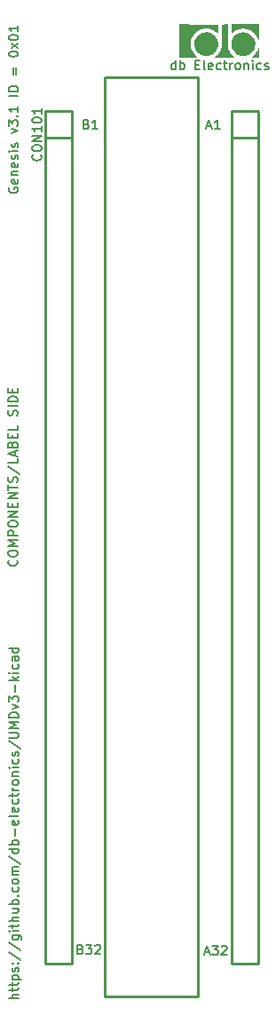
<source format=gto>
G04 #@! TF.GenerationSoftware,KiCad,Pcbnew,7.0.8*
G04 #@! TF.CreationDate,2024-03-15T14:24:27-04:00*
G04 #@! TF.ProjectId,genesis-umd,67656e65-7369-4732-9d75-6d642e6b6963,3.1*
G04 #@! TF.SameCoordinates,Original*
G04 #@! TF.FileFunction,Legend,Top*
G04 #@! TF.FilePolarity,Positive*
%FSLAX46Y46*%
G04 Gerber Fmt 4.6, Leading zero omitted, Abs format (unit mm)*
G04 Created by KiCad (PCBNEW 7.0.8) date 2024-03-15 14:24:27*
%MOMM*%
%LPD*%
G01*
G04 APERTURE LIST*
%ADD10C,0.203200*%
%ADD11C,0.010000*%
%ADD12C,0.254000*%
G04 APERTURE END LIST*
D10*
X149832817Y-144990837D02*
X150256150Y-144990837D01*
X149748150Y-145244837D02*
X150044484Y-144355837D01*
X150044484Y-144355837D02*
X150340817Y-145244837D01*
X150552484Y-144355837D02*
X151102817Y-144355837D01*
X151102817Y-144355837D02*
X150806484Y-144694504D01*
X150806484Y-144694504D02*
X150933484Y-144694504D01*
X150933484Y-144694504D02*
X151018150Y-144736837D01*
X151018150Y-144736837D02*
X151060484Y-144779170D01*
X151060484Y-144779170D02*
X151102817Y-144863837D01*
X151102817Y-144863837D02*
X151102817Y-145075504D01*
X151102817Y-145075504D02*
X151060484Y-145160170D01*
X151060484Y-145160170D02*
X151018150Y-145202504D01*
X151018150Y-145202504D02*
X150933484Y-145244837D01*
X150933484Y-145244837D02*
X150679484Y-145244837D01*
X150679484Y-145244837D02*
X150594817Y-145202504D01*
X150594817Y-145202504D02*
X150552484Y-145160170D01*
X151441484Y-144440504D02*
X151483817Y-144398170D01*
X151483817Y-144398170D02*
X151568484Y-144355837D01*
X151568484Y-144355837D02*
X151780151Y-144355837D01*
X151780151Y-144355837D02*
X151864817Y-144398170D01*
X151864817Y-144398170D02*
X151907151Y-144440504D01*
X151907151Y-144440504D02*
X151949484Y-144525170D01*
X151949484Y-144525170D02*
X151949484Y-144609837D01*
X151949484Y-144609837D02*
X151907151Y-144736837D01*
X151907151Y-144736837D02*
X151399151Y-145244837D01*
X151399151Y-145244837D02*
X151949484Y-145244837D01*
X138004884Y-144728370D02*
X138131884Y-144770704D01*
X138131884Y-144770704D02*
X138174217Y-144813037D01*
X138174217Y-144813037D02*
X138216550Y-144897704D01*
X138216550Y-144897704D02*
X138216550Y-145024704D01*
X138216550Y-145024704D02*
X138174217Y-145109370D01*
X138174217Y-145109370D02*
X138131884Y-145151704D01*
X138131884Y-145151704D02*
X138047217Y-145194037D01*
X138047217Y-145194037D02*
X137708550Y-145194037D01*
X137708550Y-145194037D02*
X137708550Y-144305037D01*
X137708550Y-144305037D02*
X138004884Y-144305037D01*
X138004884Y-144305037D02*
X138089550Y-144347370D01*
X138089550Y-144347370D02*
X138131884Y-144389704D01*
X138131884Y-144389704D02*
X138174217Y-144474370D01*
X138174217Y-144474370D02*
X138174217Y-144559037D01*
X138174217Y-144559037D02*
X138131884Y-144643704D01*
X138131884Y-144643704D02*
X138089550Y-144686037D01*
X138089550Y-144686037D02*
X138004884Y-144728370D01*
X138004884Y-144728370D02*
X137708550Y-144728370D01*
X138512884Y-144305037D02*
X139063217Y-144305037D01*
X139063217Y-144305037D02*
X138766884Y-144643704D01*
X138766884Y-144643704D02*
X138893884Y-144643704D01*
X138893884Y-144643704D02*
X138978550Y-144686037D01*
X138978550Y-144686037D02*
X139020884Y-144728370D01*
X139020884Y-144728370D02*
X139063217Y-144813037D01*
X139063217Y-144813037D02*
X139063217Y-145024704D01*
X139063217Y-145024704D02*
X139020884Y-145109370D01*
X139020884Y-145109370D02*
X138978550Y-145151704D01*
X138978550Y-145151704D02*
X138893884Y-145194037D01*
X138893884Y-145194037D02*
X138639884Y-145194037D01*
X138639884Y-145194037D02*
X138555217Y-145151704D01*
X138555217Y-145151704D02*
X138512884Y-145109370D01*
X139401884Y-144389704D02*
X139444217Y-144347370D01*
X139444217Y-144347370D02*
X139528884Y-144305037D01*
X139528884Y-144305037D02*
X139740551Y-144305037D01*
X139740551Y-144305037D02*
X139825217Y-144347370D01*
X139825217Y-144347370D02*
X139867551Y-144389704D01*
X139867551Y-144389704D02*
X139909884Y-144474370D01*
X139909884Y-144474370D02*
X139909884Y-144559037D01*
X139909884Y-144559037D02*
X139867551Y-144686037D01*
X139867551Y-144686037D02*
X139359551Y-145194037D01*
X139359551Y-145194037D02*
X139909884Y-145194037D01*
X150010617Y-66250837D02*
X150433950Y-66250837D01*
X149925950Y-66504837D02*
X150222284Y-65615837D01*
X150222284Y-65615837D02*
X150518617Y-66504837D01*
X151280617Y-66504837D02*
X150772617Y-66504837D01*
X151026617Y-66504837D02*
X151026617Y-65615837D01*
X151026617Y-65615837D02*
X150941950Y-65742837D01*
X150941950Y-65742837D02*
X150857284Y-65827504D01*
X150857284Y-65827504D02*
X150772617Y-65869837D01*
X138563684Y-66039170D02*
X138690684Y-66081504D01*
X138690684Y-66081504D02*
X138733017Y-66123837D01*
X138733017Y-66123837D02*
X138775350Y-66208504D01*
X138775350Y-66208504D02*
X138775350Y-66335504D01*
X138775350Y-66335504D02*
X138733017Y-66420170D01*
X138733017Y-66420170D02*
X138690684Y-66462504D01*
X138690684Y-66462504D02*
X138606017Y-66504837D01*
X138606017Y-66504837D02*
X138267350Y-66504837D01*
X138267350Y-66504837D02*
X138267350Y-65615837D01*
X138267350Y-65615837D02*
X138563684Y-65615837D01*
X138563684Y-65615837D02*
X138648350Y-65658170D01*
X138648350Y-65658170D02*
X138690684Y-65700504D01*
X138690684Y-65700504D02*
X138733017Y-65785170D01*
X138733017Y-65785170D02*
X138733017Y-65869837D01*
X138733017Y-65869837D02*
X138690684Y-65954504D01*
X138690684Y-65954504D02*
X138648350Y-65996837D01*
X138648350Y-65996837D02*
X138563684Y-66039170D01*
X138563684Y-66039170D02*
X138267350Y-66039170D01*
X139622017Y-66504837D02*
X139114017Y-66504837D01*
X139368017Y-66504837D02*
X139368017Y-65615837D01*
X139368017Y-65615837D02*
X139283350Y-65742837D01*
X139283350Y-65742837D02*
X139198684Y-65827504D01*
X139198684Y-65827504D02*
X139114017Y-65869837D01*
X131888035Y-107632498D02*
X131930369Y-107674831D01*
X131930369Y-107674831D02*
X131972702Y-107801831D01*
X131972702Y-107801831D02*
X131972702Y-107886498D01*
X131972702Y-107886498D02*
X131930369Y-108013498D01*
X131930369Y-108013498D02*
X131845702Y-108098165D01*
X131845702Y-108098165D02*
X131761035Y-108140498D01*
X131761035Y-108140498D02*
X131591702Y-108182831D01*
X131591702Y-108182831D02*
X131464702Y-108182831D01*
X131464702Y-108182831D02*
X131295369Y-108140498D01*
X131295369Y-108140498D02*
X131210702Y-108098165D01*
X131210702Y-108098165D02*
X131126035Y-108013498D01*
X131126035Y-108013498D02*
X131083702Y-107886498D01*
X131083702Y-107886498D02*
X131083702Y-107801831D01*
X131083702Y-107801831D02*
X131126035Y-107674831D01*
X131126035Y-107674831D02*
X131168369Y-107632498D01*
X131083702Y-107082165D02*
X131083702Y-106912831D01*
X131083702Y-106912831D02*
X131126035Y-106828165D01*
X131126035Y-106828165D02*
X131210702Y-106743498D01*
X131210702Y-106743498D02*
X131380035Y-106701165D01*
X131380035Y-106701165D02*
X131676369Y-106701165D01*
X131676369Y-106701165D02*
X131845702Y-106743498D01*
X131845702Y-106743498D02*
X131930369Y-106828165D01*
X131930369Y-106828165D02*
X131972702Y-106912831D01*
X131972702Y-106912831D02*
X131972702Y-107082165D01*
X131972702Y-107082165D02*
X131930369Y-107166831D01*
X131930369Y-107166831D02*
X131845702Y-107251498D01*
X131845702Y-107251498D02*
X131676369Y-107293831D01*
X131676369Y-107293831D02*
X131380035Y-107293831D01*
X131380035Y-107293831D02*
X131210702Y-107251498D01*
X131210702Y-107251498D02*
X131126035Y-107166831D01*
X131126035Y-107166831D02*
X131083702Y-107082165D01*
X131972702Y-106320165D02*
X131083702Y-106320165D01*
X131083702Y-106320165D02*
X131718702Y-106023832D01*
X131718702Y-106023832D02*
X131083702Y-105727498D01*
X131083702Y-105727498D02*
X131972702Y-105727498D01*
X131972702Y-105304165D02*
X131083702Y-105304165D01*
X131083702Y-105304165D02*
X131083702Y-104965498D01*
X131083702Y-104965498D02*
X131126035Y-104880832D01*
X131126035Y-104880832D02*
X131168369Y-104838498D01*
X131168369Y-104838498D02*
X131253035Y-104796165D01*
X131253035Y-104796165D02*
X131380035Y-104796165D01*
X131380035Y-104796165D02*
X131464702Y-104838498D01*
X131464702Y-104838498D02*
X131507035Y-104880832D01*
X131507035Y-104880832D02*
X131549369Y-104965498D01*
X131549369Y-104965498D02*
X131549369Y-105304165D01*
X131083702Y-104245832D02*
X131083702Y-104076498D01*
X131083702Y-104076498D02*
X131126035Y-103991832D01*
X131126035Y-103991832D02*
X131210702Y-103907165D01*
X131210702Y-103907165D02*
X131380035Y-103864832D01*
X131380035Y-103864832D02*
X131676369Y-103864832D01*
X131676369Y-103864832D02*
X131845702Y-103907165D01*
X131845702Y-103907165D02*
X131930369Y-103991832D01*
X131930369Y-103991832D02*
X131972702Y-104076498D01*
X131972702Y-104076498D02*
X131972702Y-104245832D01*
X131972702Y-104245832D02*
X131930369Y-104330498D01*
X131930369Y-104330498D02*
X131845702Y-104415165D01*
X131845702Y-104415165D02*
X131676369Y-104457498D01*
X131676369Y-104457498D02*
X131380035Y-104457498D01*
X131380035Y-104457498D02*
X131210702Y-104415165D01*
X131210702Y-104415165D02*
X131126035Y-104330498D01*
X131126035Y-104330498D02*
X131083702Y-104245832D01*
X131972702Y-103483832D02*
X131083702Y-103483832D01*
X131083702Y-103483832D02*
X131972702Y-102975832D01*
X131972702Y-102975832D02*
X131083702Y-102975832D01*
X131507035Y-102552499D02*
X131507035Y-102256166D01*
X131972702Y-102129166D02*
X131972702Y-102552499D01*
X131972702Y-102552499D02*
X131083702Y-102552499D01*
X131083702Y-102552499D02*
X131083702Y-102129166D01*
X131972702Y-101748166D02*
X131083702Y-101748166D01*
X131083702Y-101748166D02*
X131972702Y-101240166D01*
X131972702Y-101240166D02*
X131083702Y-101240166D01*
X131083702Y-100943833D02*
X131083702Y-100435833D01*
X131972702Y-100689833D02*
X131083702Y-100689833D01*
X131930369Y-100181833D02*
X131972702Y-100054833D01*
X131972702Y-100054833D02*
X131972702Y-99843167D01*
X131972702Y-99843167D02*
X131930369Y-99758500D01*
X131930369Y-99758500D02*
X131888035Y-99716167D01*
X131888035Y-99716167D02*
X131803369Y-99673833D01*
X131803369Y-99673833D02*
X131718702Y-99673833D01*
X131718702Y-99673833D02*
X131634035Y-99716167D01*
X131634035Y-99716167D02*
X131591702Y-99758500D01*
X131591702Y-99758500D02*
X131549369Y-99843167D01*
X131549369Y-99843167D02*
X131507035Y-100012500D01*
X131507035Y-100012500D02*
X131464702Y-100097167D01*
X131464702Y-100097167D02*
X131422369Y-100139500D01*
X131422369Y-100139500D02*
X131337702Y-100181833D01*
X131337702Y-100181833D02*
X131253035Y-100181833D01*
X131253035Y-100181833D02*
X131168369Y-100139500D01*
X131168369Y-100139500D02*
X131126035Y-100097167D01*
X131126035Y-100097167D02*
X131083702Y-100012500D01*
X131083702Y-100012500D02*
X131083702Y-99800833D01*
X131083702Y-99800833D02*
X131126035Y-99673833D01*
X131041369Y-98657833D02*
X132184369Y-99419833D01*
X131972702Y-97938167D02*
X131972702Y-98361500D01*
X131972702Y-98361500D02*
X131083702Y-98361500D01*
X131718702Y-97684166D02*
X131718702Y-97260833D01*
X131972702Y-97768833D02*
X131083702Y-97472500D01*
X131083702Y-97472500D02*
X131972702Y-97176166D01*
X131507035Y-96583500D02*
X131549369Y-96456500D01*
X131549369Y-96456500D02*
X131591702Y-96414166D01*
X131591702Y-96414166D02*
X131676369Y-96371833D01*
X131676369Y-96371833D02*
X131803369Y-96371833D01*
X131803369Y-96371833D02*
X131888035Y-96414166D01*
X131888035Y-96414166D02*
X131930369Y-96456500D01*
X131930369Y-96456500D02*
X131972702Y-96541166D01*
X131972702Y-96541166D02*
X131972702Y-96879833D01*
X131972702Y-96879833D02*
X131083702Y-96879833D01*
X131083702Y-96879833D02*
X131083702Y-96583500D01*
X131083702Y-96583500D02*
X131126035Y-96498833D01*
X131126035Y-96498833D02*
X131168369Y-96456500D01*
X131168369Y-96456500D02*
X131253035Y-96414166D01*
X131253035Y-96414166D02*
X131337702Y-96414166D01*
X131337702Y-96414166D02*
X131422369Y-96456500D01*
X131422369Y-96456500D02*
X131464702Y-96498833D01*
X131464702Y-96498833D02*
X131507035Y-96583500D01*
X131507035Y-96583500D02*
X131507035Y-96879833D01*
X131507035Y-95990833D02*
X131507035Y-95694500D01*
X131972702Y-95567500D02*
X131972702Y-95990833D01*
X131972702Y-95990833D02*
X131083702Y-95990833D01*
X131083702Y-95990833D02*
X131083702Y-95567500D01*
X131972702Y-94763167D02*
X131972702Y-95186500D01*
X131972702Y-95186500D02*
X131083702Y-95186500D01*
X131930369Y-93831833D02*
X131972702Y-93704833D01*
X131972702Y-93704833D02*
X131972702Y-93493167D01*
X131972702Y-93493167D02*
X131930369Y-93408500D01*
X131930369Y-93408500D02*
X131888035Y-93366167D01*
X131888035Y-93366167D02*
X131803369Y-93323833D01*
X131803369Y-93323833D02*
X131718702Y-93323833D01*
X131718702Y-93323833D02*
X131634035Y-93366167D01*
X131634035Y-93366167D02*
X131591702Y-93408500D01*
X131591702Y-93408500D02*
X131549369Y-93493167D01*
X131549369Y-93493167D02*
X131507035Y-93662500D01*
X131507035Y-93662500D02*
X131464702Y-93747167D01*
X131464702Y-93747167D02*
X131422369Y-93789500D01*
X131422369Y-93789500D02*
X131337702Y-93831833D01*
X131337702Y-93831833D02*
X131253035Y-93831833D01*
X131253035Y-93831833D02*
X131168369Y-93789500D01*
X131168369Y-93789500D02*
X131126035Y-93747167D01*
X131126035Y-93747167D02*
X131083702Y-93662500D01*
X131083702Y-93662500D02*
X131083702Y-93450833D01*
X131083702Y-93450833D02*
X131126035Y-93323833D01*
X131972702Y-92942833D02*
X131083702Y-92942833D01*
X131972702Y-92519500D02*
X131083702Y-92519500D01*
X131083702Y-92519500D02*
X131083702Y-92307833D01*
X131083702Y-92307833D02*
X131126035Y-92180833D01*
X131126035Y-92180833D02*
X131210702Y-92096167D01*
X131210702Y-92096167D02*
X131295369Y-92053833D01*
X131295369Y-92053833D02*
X131464702Y-92011500D01*
X131464702Y-92011500D02*
X131591702Y-92011500D01*
X131591702Y-92011500D02*
X131761035Y-92053833D01*
X131761035Y-92053833D02*
X131845702Y-92096167D01*
X131845702Y-92096167D02*
X131930369Y-92180833D01*
X131930369Y-92180833D02*
X131972702Y-92307833D01*
X131972702Y-92307833D02*
X131972702Y-92519500D01*
X131507035Y-91630500D02*
X131507035Y-91334167D01*
X131972702Y-91207167D02*
X131972702Y-91630500D01*
X131972702Y-91630500D02*
X131083702Y-91630500D01*
X131083702Y-91630500D02*
X131083702Y-91207167D01*
X147074467Y-60852702D02*
X147074467Y-59963702D01*
X147074467Y-60810369D02*
X146989801Y-60852702D01*
X146989801Y-60852702D02*
X146820467Y-60852702D01*
X146820467Y-60852702D02*
X146735801Y-60810369D01*
X146735801Y-60810369D02*
X146693467Y-60768035D01*
X146693467Y-60768035D02*
X146651134Y-60683369D01*
X146651134Y-60683369D02*
X146651134Y-60429369D01*
X146651134Y-60429369D02*
X146693467Y-60344702D01*
X146693467Y-60344702D02*
X146735801Y-60302369D01*
X146735801Y-60302369D02*
X146820467Y-60260035D01*
X146820467Y-60260035D02*
X146989801Y-60260035D01*
X146989801Y-60260035D02*
X147074467Y-60302369D01*
X147497800Y-60852702D02*
X147497800Y-59963702D01*
X147497800Y-60302369D02*
X147582467Y-60260035D01*
X147582467Y-60260035D02*
X147751800Y-60260035D01*
X147751800Y-60260035D02*
X147836467Y-60302369D01*
X147836467Y-60302369D02*
X147878800Y-60344702D01*
X147878800Y-60344702D02*
X147921134Y-60429369D01*
X147921134Y-60429369D02*
X147921134Y-60683369D01*
X147921134Y-60683369D02*
X147878800Y-60768035D01*
X147878800Y-60768035D02*
X147836467Y-60810369D01*
X147836467Y-60810369D02*
X147751800Y-60852702D01*
X147751800Y-60852702D02*
X147582467Y-60852702D01*
X147582467Y-60852702D02*
X147497800Y-60810369D01*
X148979466Y-60387035D02*
X149275800Y-60387035D01*
X149402800Y-60852702D02*
X148979466Y-60852702D01*
X148979466Y-60852702D02*
X148979466Y-59963702D01*
X148979466Y-59963702D02*
X149402800Y-59963702D01*
X149910799Y-60852702D02*
X149826133Y-60810369D01*
X149826133Y-60810369D02*
X149783799Y-60725702D01*
X149783799Y-60725702D02*
X149783799Y-59963702D01*
X150588133Y-60810369D02*
X150503466Y-60852702D01*
X150503466Y-60852702D02*
X150334133Y-60852702D01*
X150334133Y-60852702D02*
X150249466Y-60810369D01*
X150249466Y-60810369D02*
X150207133Y-60725702D01*
X150207133Y-60725702D02*
X150207133Y-60387035D01*
X150207133Y-60387035D02*
X150249466Y-60302369D01*
X150249466Y-60302369D02*
X150334133Y-60260035D01*
X150334133Y-60260035D02*
X150503466Y-60260035D01*
X150503466Y-60260035D02*
X150588133Y-60302369D01*
X150588133Y-60302369D02*
X150630466Y-60387035D01*
X150630466Y-60387035D02*
X150630466Y-60471702D01*
X150630466Y-60471702D02*
X150207133Y-60556369D01*
X151392466Y-60810369D02*
X151307800Y-60852702D01*
X151307800Y-60852702D02*
X151138466Y-60852702D01*
X151138466Y-60852702D02*
X151053800Y-60810369D01*
X151053800Y-60810369D02*
X151011466Y-60768035D01*
X151011466Y-60768035D02*
X150969133Y-60683369D01*
X150969133Y-60683369D02*
X150969133Y-60429369D01*
X150969133Y-60429369D02*
X151011466Y-60344702D01*
X151011466Y-60344702D02*
X151053800Y-60302369D01*
X151053800Y-60302369D02*
X151138466Y-60260035D01*
X151138466Y-60260035D02*
X151307800Y-60260035D01*
X151307800Y-60260035D02*
X151392466Y-60302369D01*
X151646466Y-60260035D02*
X151985133Y-60260035D01*
X151773466Y-59963702D02*
X151773466Y-60725702D01*
X151773466Y-60725702D02*
X151815800Y-60810369D01*
X151815800Y-60810369D02*
X151900466Y-60852702D01*
X151900466Y-60852702D02*
X151985133Y-60852702D01*
X152281466Y-60852702D02*
X152281466Y-60260035D01*
X152281466Y-60429369D02*
X152323800Y-60344702D01*
X152323800Y-60344702D02*
X152366133Y-60302369D01*
X152366133Y-60302369D02*
X152450800Y-60260035D01*
X152450800Y-60260035D02*
X152535466Y-60260035D01*
X152958799Y-60852702D02*
X152874133Y-60810369D01*
X152874133Y-60810369D02*
X152831799Y-60768035D01*
X152831799Y-60768035D02*
X152789466Y-60683369D01*
X152789466Y-60683369D02*
X152789466Y-60429369D01*
X152789466Y-60429369D02*
X152831799Y-60344702D01*
X152831799Y-60344702D02*
X152874133Y-60302369D01*
X152874133Y-60302369D02*
X152958799Y-60260035D01*
X152958799Y-60260035D02*
X153085799Y-60260035D01*
X153085799Y-60260035D02*
X153170466Y-60302369D01*
X153170466Y-60302369D02*
X153212799Y-60344702D01*
X153212799Y-60344702D02*
X153255133Y-60429369D01*
X153255133Y-60429369D02*
X153255133Y-60683369D01*
X153255133Y-60683369D02*
X153212799Y-60768035D01*
X153212799Y-60768035D02*
X153170466Y-60810369D01*
X153170466Y-60810369D02*
X153085799Y-60852702D01*
X153085799Y-60852702D02*
X152958799Y-60852702D01*
X153636132Y-60260035D02*
X153636132Y-60852702D01*
X153636132Y-60344702D02*
X153678466Y-60302369D01*
X153678466Y-60302369D02*
X153763132Y-60260035D01*
X153763132Y-60260035D02*
X153890132Y-60260035D01*
X153890132Y-60260035D02*
X153974799Y-60302369D01*
X153974799Y-60302369D02*
X154017132Y-60387035D01*
X154017132Y-60387035D02*
X154017132Y-60852702D01*
X154440465Y-60852702D02*
X154440465Y-60260035D01*
X154440465Y-59963702D02*
X154398132Y-60006035D01*
X154398132Y-60006035D02*
X154440465Y-60048369D01*
X154440465Y-60048369D02*
X154482799Y-60006035D01*
X154482799Y-60006035D02*
X154440465Y-59963702D01*
X154440465Y-59963702D02*
X154440465Y-60048369D01*
X155244798Y-60810369D02*
X155160132Y-60852702D01*
X155160132Y-60852702D02*
X154990798Y-60852702D01*
X154990798Y-60852702D02*
X154906132Y-60810369D01*
X154906132Y-60810369D02*
X154863798Y-60768035D01*
X154863798Y-60768035D02*
X154821465Y-60683369D01*
X154821465Y-60683369D02*
X154821465Y-60429369D01*
X154821465Y-60429369D02*
X154863798Y-60344702D01*
X154863798Y-60344702D02*
X154906132Y-60302369D01*
X154906132Y-60302369D02*
X154990798Y-60260035D01*
X154990798Y-60260035D02*
X155160132Y-60260035D01*
X155160132Y-60260035D02*
X155244798Y-60302369D01*
X155583465Y-60810369D02*
X155668132Y-60852702D01*
X155668132Y-60852702D02*
X155837465Y-60852702D01*
X155837465Y-60852702D02*
X155922132Y-60810369D01*
X155922132Y-60810369D02*
X155964465Y-60725702D01*
X155964465Y-60725702D02*
X155964465Y-60683369D01*
X155964465Y-60683369D02*
X155922132Y-60598702D01*
X155922132Y-60598702D02*
X155837465Y-60556369D01*
X155837465Y-60556369D02*
X155710465Y-60556369D01*
X155710465Y-60556369D02*
X155625798Y-60514035D01*
X155625798Y-60514035D02*
X155583465Y-60429369D01*
X155583465Y-60429369D02*
X155583465Y-60387035D01*
X155583465Y-60387035D02*
X155625798Y-60302369D01*
X155625798Y-60302369D02*
X155710465Y-60260035D01*
X155710465Y-60260035D02*
X155837465Y-60260035D01*
X155837465Y-60260035D02*
X155922132Y-60302369D01*
X131176835Y-72119066D02*
X131134502Y-72203733D01*
X131134502Y-72203733D02*
X131134502Y-72330733D01*
X131134502Y-72330733D02*
X131176835Y-72457733D01*
X131176835Y-72457733D02*
X131261502Y-72542400D01*
X131261502Y-72542400D02*
X131346169Y-72584733D01*
X131346169Y-72584733D02*
X131515502Y-72627066D01*
X131515502Y-72627066D02*
X131642502Y-72627066D01*
X131642502Y-72627066D02*
X131811835Y-72584733D01*
X131811835Y-72584733D02*
X131896502Y-72542400D01*
X131896502Y-72542400D02*
X131981169Y-72457733D01*
X131981169Y-72457733D02*
X132023502Y-72330733D01*
X132023502Y-72330733D02*
X132023502Y-72246066D01*
X132023502Y-72246066D02*
X131981169Y-72119066D01*
X131981169Y-72119066D02*
X131938835Y-72076733D01*
X131938835Y-72076733D02*
X131642502Y-72076733D01*
X131642502Y-72076733D02*
X131642502Y-72246066D01*
X131981169Y-71357066D02*
X132023502Y-71441733D01*
X132023502Y-71441733D02*
X132023502Y-71611066D01*
X132023502Y-71611066D02*
X131981169Y-71695733D01*
X131981169Y-71695733D02*
X131896502Y-71738066D01*
X131896502Y-71738066D02*
X131557835Y-71738066D01*
X131557835Y-71738066D02*
X131473169Y-71695733D01*
X131473169Y-71695733D02*
X131430835Y-71611066D01*
X131430835Y-71611066D02*
X131430835Y-71441733D01*
X131430835Y-71441733D02*
X131473169Y-71357066D01*
X131473169Y-71357066D02*
X131557835Y-71314733D01*
X131557835Y-71314733D02*
X131642502Y-71314733D01*
X131642502Y-71314733D02*
X131727169Y-71738066D01*
X131430835Y-70933733D02*
X132023502Y-70933733D01*
X131515502Y-70933733D02*
X131473169Y-70891400D01*
X131473169Y-70891400D02*
X131430835Y-70806733D01*
X131430835Y-70806733D02*
X131430835Y-70679733D01*
X131430835Y-70679733D02*
X131473169Y-70595066D01*
X131473169Y-70595066D02*
X131557835Y-70552733D01*
X131557835Y-70552733D02*
X132023502Y-70552733D01*
X131981169Y-69790733D02*
X132023502Y-69875400D01*
X132023502Y-69875400D02*
X132023502Y-70044733D01*
X132023502Y-70044733D02*
X131981169Y-70129400D01*
X131981169Y-70129400D02*
X131896502Y-70171733D01*
X131896502Y-70171733D02*
X131557835Y-70171733D01*
X131557835Y-70171733D02*
X131473169Y-70129400D01*
X131473169Y-70129400D02*
X131430835Y-70044733D01*
X131430835Y-70044733D02*
X131430835Y-69875400D01*
X131430835Y-69875400D02*
X131473169Y-69790733D01*
X131473169Y-69790733D02*
X131557835Y-69748400D01*
X131557835Y-69748400D02*
X131642502Y-69748400D01*
X131642502Y-69748400D02*
X131727169Y-70171733D01*
X131981169Y-69409733D02*
X132023502Y-69325067D01*
X132023502Y-69325067D02*
X132023502Y-69155733D01*
X132023502Y-69155733D02*
X131981169Y-69071067D01*
X131981169Y-69071067D02*
X131896502Y-69028733D01*
X131896502Y-69028733D02*
X131854169Y-69028733D01*
X131854169Y-69028733D02*
X131769502Y-69071067D01*
X131769502Y-69071067D02*
X131727169Y-69155733D01*
X131727169Y-69155733D02*
X131727169Y-69282733D01*
X131727169Y-69282733D02*
X131684835Y-69367400D01*
X131684835Y-69367400D02*
X131600169Y-69409733D01*
X131600169Y-69409733D02*
X131557835Y-69409733D01*
X131557835Y-69409733D02*
X131473169Y-69367400D01*
X131473169Y-69367400D02*
X131430835Y-69282733D01*
X131430835Y-69282733D02*
X131430835Y-69155733D01*
X131430835Y-69155733D02*
X131473169Y-69071067D01*
X132023502Y-68647733D02*
X131430835Y-68647733D01*
X131134502Y-68647733D02*
X131176835Y-68690066D01*
X131176835Y-68690066D02*
X131219169Y-68647733D01*
X131219169Y-68647733D02*
X131176835Y-68605400D01*
X131176835Y-68605400D02*
X131134502Y-68647733D01*
X131134502Y-68647733D02*
X131219169Y-68647733D01*
X131981169Y-68266733D02*
X132023502Y-68182067D01*
X132023502Y-68182067D02*
X132023502Y-68012733D01*
X132023502Y-68012733D02*
X131981169Y-67928067D01*
X131981169Y-67928067D02*
X131896502Y-67885733D01*
X131896502Y-67885733D02*
X131854169Y-67885733D01*
X131854169Y-67885733D02*
X131769502Y-67928067D01*
X131769502Y-67928067D02*
X131727169Y-68012733D01*
X131727169Y-68012733D02*
X131727169Y-68139733D01*
X131727169Y-68139733D02*
X131684835Y-68224400D01*
X131684835Y-68224400D02*
X131600169Y-68266733D01*
X131600169Y-68266733D02*
X131557835Y-68266733D01*
X131557835Y-68266733D02*
X131473169Y-68224400D01*
X131473169Y-68224400D02*
X131430835Y-68139733D01*
X131430835Y-68139733D02*
X131430835Y-68012733D01*
X131430835Y-68012733D02*
X131473169Y-67928067D01*
X131430835Y-66912067D02*
X132023502Y-66700400D01*
X132023502Y-66700400D02*
X131430835Y-66488733D01*
X131134502Y-66234734D02*
X131134502Y-65684400D01*
X131134502Y-65684400D02*
X131473169Y-65980734D01*
X131473169Y-65980734D02*
X131473169Y-65853734D01*
X131473169Y-65853734D02*
X131515502Y-65769067D01*
X131515502Y-65769067D02*
X131557835Y-65726734D01*
X131557835Y-65726734D02*
X131642502Y-65684400D01*
X131642502Y-65684400D02*
X131854169Y-65684400D01*
X131854169Y-65684400D02*
X131938835Y-65726734D01*
X131938835Y-65726734D02*
X131981169Y-65769067D01*
X131981169Y-65769067D02*
X132023502Y-65853734D01*
X132023502Y-65853734D02*
X132023502Y-66107734D01*
X132023502Y-66107734D02*
X131981169Y-66192400D01*
X131981169Y-66192400D02*
X131938835Y-66234734D01*
X131938835Y-65303400D02*
X131981169Y-65261067D01*
X131981169Y-65261067D02*
X132023502Y-65303400D01*
X132023502Y-65303400D02*
X131981169Y-65345733D01*
X131981169Y-65345733D02*
X131938835Y-65303400D01*
X131938835Y-65303400D02*
X132023502Y-65303400D01*
X132023502Y-64414400D02*
X132023502Y-64922400D01*
X132023502Y-64668400D02*
X131134502Y-64668400D01*
X131134502Y-64668400D02*
X131261502Y-64753067D01*
X131261502Y-64753067D02*
X131346169Y-64837734D01*
X131346169Y-64837734D02*
X131388502Y-64922400D01*
X132023502Y-63356067D02*
X131134502Y-63356067D01*
X132023502Y-62932734D02*
X131134502Y-62932734D01*
X131134502Y-62932734D02*
X131134502Y-62721067D01*
X131134502Y-62721067D02*
X131176835Y-62594067D01*
X131176835Y-62594067D02*
X131261502Y-62509401D01*
X131261502Y-62509401D02*
X131346169Y-62467067D01*
X131346169Y-62467067D02*
X131515502Y-62424734D01*
X131515502Y-62424734D02*
X131642502Y-62424734D01*
X131642502Y-62424734D02*
X131811835Y-62467067D01*
X131811835Y-62467067D02*
X131896502Y-62509401D01*
X131896502Y-62509401D02*
X131981169Y-62594067D01*
X131981169Y-62594067D02*
X132023502Y-62721067D01*
X132023502Y-62721067D02*
X132023502Y-62932734D01*
X131557835Y-61366401D02*
X131557835Y-60689068D01*
X131811835Y-60689068D02*
X131811835Y-61366401D01*
X131134502Y-59419068D02*
X131134502Y-59334401D01*
X131134502Y-59334401D02*
X131176835Y-59249734D01*
X131176835Y-59249734D02*
X131219169Y-59207401D01*
X131219169Y-59207401D02*
X131303835Y-59165068D01*
X131303835Y-59165068D02*
X131473169Y-59122734D01*
X131473169Y-59122734D02*
X131684835Y-59122734D01*
X131684835Y-59122734D02*
X131854169Y-59165068D01*
X131854169Y-59165068D02*
X131938835Y-59207401D01*
X131938835Y-59207401D02*
X131981169Y-59249734D01*
X131981169Y-59249734D02*
X132023502Y-59334401D01*
X132023502Y-59334401D02*
X132023502Y-59419068D01*
X132023502Y-59419068D02*
X131981169Y-59503734D01*
X131981169Y-59503734D02*
X131938835Y-59546068D01*
X131938835Y-59546068D02*
X131854169Y-59588401D01*
X131854169Y-59588401D02*
X131684835Y-59630734D01*
X131684835Y-59630734D02*
X131473169Y-59630734D01*
X131473169Y-59630734D02*
X131303835Y-59588401D01*
X131303835Y-59588401D02*
X131219169Y-59546068D01*
X131219169Y-59546068D02*
X131176835Y-59503734D01*
X131176835Y-59503734D02*
X131134502Y-59419068D01*
X132023502Y-58826401D02*
X131430835Y-58360734D01*
X131430835Y-58826401D02*
X132023502Y-58360734D01*
X131134502Y-57852734D02*
X131134502Y-57768067D01*
X131134502Y-57768067D02*
X131176835Y-57683400D01*
X131176835Y-57683400D02*
X131219169Y-57641067D01*
X131219169Y-57641067D02*
X131303835Y-57598734D01*
X131303835Y-57598734D02*
X131473169Y-57556400D01*
X131473169Y-57556400D02*
X131684835Y-57556400D01*
X131684835Y-57556400D02*
X131854169Y-57598734D01*
X131854169Y-57598734D02*
X131938835Y-57641067D01*
X131938835Y-57641067D02*
X131981169Y-57683400D01*
X131981169Y-57683400D02*
X132023502Y-57768067D01*
X132023502Y-57768067D02*
X132023502Y-57852734D01*
X132023502Y-57852734D02*
X131981169Y-57937400D01*
X131981169Y-57937400D02*
X131938835Y-57979734D01*
X131938835Y-57979734D02*
X131854169Y-58022067D01*
X131854169Y-58022067D02*
X131684835Y-58064400D01*
X131684835Y-58064400D02*
X131473169Y-58064400D01*
X131473169Y-58064400D02*
X131303835Y-58022067D01*
X131303835Y-58022067D02*
X131219169Y-57979734D01*
X131219169Y-57979734D02*
X131176835Y-57937400D01*
X131176835Y-57937400D02*
X131134502Y-57852734D01*
X132023502Y-56709733D02*
X132023502Y-57217733D01*
X132023502Y-56963733D02*
X131134502Y-56963733D01*
X131134502Y-56963733D02*
X131261502Y-57048400D01*
X131261502Y-57048400D02*
X131346169Y-57133067D01*
X131346169Y-57133067D02*
X131388502Y-57217733D01*
X132048902Y-149415496D02*
X131159902Y-149415496D01*
X132048902Y-149034496D02*
X131583235Y-149034496D01*
X131583235Y-149034496D02*
X131498569Y-149076829D01*
X131498569Y-149076829D02*
X131456235Y-149161496D01*
X131456235Y-149161496D02*
X131456235Y-149288496D01*
X131456235Y-149288496D02*
X131498569Y-149373163D01*
X131498569Y-149373163D02*
X131540902Y-149415496D01*
X131456235Y-148738163D02*
X131456235Y-148399496D01*
X131159902Y-148611163D02*
X131921902Y-148611163D01*
X131921902Y-148611163D02*
X132006569Y-148568830D01*
X132006569Y-148568830D02*
X132048902Y-148484163D01*
X132048902Y-148484163D02*
X132048902Y-148399496D01*
X131456235Y-148230163D02*
X131456235Y-147891496D01*
X131159902Y-148103163D02*
X131921902Y-148103163D01*
X131921902Y-148103163D02*
X132006569Y-148060830D01*
X132006569Y-148060830D02*
X132048902Y-147976163D01*
X132048902Y-147976163D02*
X132048902Y-147891496D01*
X131456235Y-147595163D02*
X132345235Y-147595163D01*
X131498569Y-147595163D02*
X131456235Y-147510496D01*
X131456235Y-147510496D02*
X131456235Y-147341163D01*
X131456235Y-147341163D02*
X131498569Y-147256496D01*
X131498569Y-147256496D02*
X131540902Y-147214163D01*
X131540902Y-147214163D02*
X131625569Y-147171830D01*
X131625569Y-147171830D02*
X131879569Y-147171830D01*
X131879569Y-147171830D02*
X131964235Y-147214163D01*
X131964235Y-147214163D02*
X132006569Y-147256496D01*
X132006569Y-147256496D02*
X132048902Y-147341163D01*
X132048902Y-147341163D02*
X132048902Y-147510496D01*
X132048902Y-147510496D02*
X132006569Y-147595163D01*
X132006569Y-146833163D02*
X132048902Y-146748497D01*
X132048902Y-146748497D02*
X132048902Y-146579163D01*
X132048902Y-146579163D02*
X132006569Y-146494497D01*
X132006569Y-146494497D02*
X131921902Y-146452163D01*
X131921902Y-146452163D02*
X131879569Y-146452163D01*
X131879569Y-146452163D02*
X131794902Y-146494497D01*
X131794902Y-146494497D02*
X131752569Y-146579163D01*
X131752569Y-146579163D02*
X131752569Y-146706163D01*
X131752569Y-146706163D02*
X131710235Y-146790830D01*
X131710235Y-146790830D02*
X131625569Y-146833163D01*
X131625569Y-146833163D02*
X131583235Y-146833163D01*
X131583235Y-146833163D02*
X131498569Y-146790830D01*
X131498569Y-146790830D02*
X131456235Y-146706163D01*
X131456235Y-146706163D02*
X131456235Y-146579163D01*
X131456235Y-146579163D02*
X131498569Y-146494497D01*
X131964235Y-146071163D02*
X132006569Y-146028830D01*
X132006569Y-146028830D02*
X132048902Y-146071163D01*
X132048902Y-146071163D02*
X132006569Y-146113496D01*
X132006569Y-146113496D02*
X131964235Y-146071163D01*
X131964235Y-146071163D02*
X132048902Y-146071163D01*
X131498569Y-146071163D02*
X131540902Y-146028830D01*
X131540902Y-146028830D02*
X131583235Y-146071163D01*
X131583235Y-146071163D02*
X131540902Y-146113496D01*
X131540902Y-146113496D02*
X131498569Y-146071163D01*
X131498569Y-146071163D02*
X131583235Y-146071163D01*
X131117569Y-145012830D02*
X132260569Y-145774830D01*
X131117569Y-144081497D02*
X132260569Y-144843497D01*
X131456235Y-143404164D02*
X132175902Y-143404164D01*
X132175902Y-143404164D02*
X132260569Y-143446497D01*
X132260569Y-143446497D02*
X132302902Y-143488831D01*
X132302902Y-143488831D02*
X132345235Y-143573497D01*
X132345235Y-143573497D02*
X132345235Y-143700497D01*
X132345235Y-143700497D02*
X132302902Y-143785164D01*
X132006569Y-143404164D02*
X132048902Y-143488831D01*
X132048902Y-143488831D02*
X132048902Y-143658164D01*
X132048902Y-143658164D02*
X132006569Y-143742831D01*
X132006569Y-143742831D02*
X131964235Y-143785164D01*
X131964235Y-143785164D02*
X131879569Y-143827497D01*
X131879569Y-143827497D02*
X131625569Y-143827497D01*
X131625569Y-143827497D02*
X131540902Y-143785164D01*
X131540902Y-143785164D02*
X131498569Y-143742831D01*
X131498569Y-143742831D02*
X131456235Y-143658164D01*
X131456235Y-143658164D02*
X131456235Y-143488831D01*
X131456235Y-143488831D02*
X131498569Y-143404164D01*
X132048902Y-142980831D02*
X131456235Y-142980831D01*
X131159902Y-142980831D02*
X131202235Y-143023164D01*
X131202235Y-143023164D02*
X131244569Y-142980831D01*
X131244569Y-142980831D02*
X131202235Y-142938498D01*
X131202235Y-142938498D02*
X131159902Y-142980831D01*
X131159902Y-142980831D02*
X131244569Y-142980831D01*
X131456235Y-142684498D02*
X131456235Y-142345831D01*
X131159902Y-142557498D02*
X131921902Y-142557498D01*
X131921902Y-142557498D02*
X132006569Y-142515165D01*
X132006569Y-142515165D02*
X132048902Y-142430498D01*
X132048902Y-142430498D02*
X132048902Y-142345831D01*
X132048902Y-142049498D02*
X131159902Y-142049498D01*
X132048902Y-141668498D02*
X131583235Y-141668498D01*
X131583235Y-141668498D02*
X131498569Y-141710831D01*
X131498569Y-141710831D02*
X131456235Y-141795498D01*
X131456235Y-141795498D02*
X131456235Y-141922498D01*
X131456235Y-141922498D02*
X131498569Y-142007165D01*
X131498569Y-142007165D02*
X131540902Y-142049498D01*
X131456235Y-140864165D02*
X132048902Y-140864165D01*
X131456235Y-141245165D02*
X131921902Y-141245165D01*
X131921902Y-141245165D02*
X132006569Y-141202832D01*
X132006569Y-141202832D02*
X132048902Y-141118165D01*
X132048902Y-141118165D02*
X132048902Y-140991165D01*
X132048902Y-140991165D02*
X132006569Y-140906498D01*
X132006569Y-140906498D02*
X131964235Y-140864165D01*
X132048902Y-140440832D02*
X131159902Y-140440832D01*
X131498569Y-140440832D02*
X131456235Y-140356165D01*
X131456235Y-140356165D02*
X131456235Y-140186832D01*
X131456235Y-140186832D02*
X131498569Y-140102165D01*
X131498569Y-140102165D02*
X131540902Y-140059832D01*
X131540902Y-140059832D02*
X131625569Y-140017499D01*
X131625569Y-140017499D02*
X131879569Y-140017499D01*
X131879569Y-140017499D02*
X131964235Y-140059832D01*
X131964235Y-140059832D02*
X132006569Y-140102165D01*
X132006569Y-140102165D02*
X132048902Y-140186832D01*
X132048902Y-140186832D02*
X132048902Y-140356165D01*
X132048902Y-140356165D02*
X132006569Y-140440832D01*
X131964235Y-139636499D02*
X132006569Y-139594166D01*
X132006569Y-139594166D02*
X132048902Y-139636499D01*
X132048902Y-139636499D02*
X132006569Y-139678832D01*
X132006569Y-139678832D02*
X131964235Y-139636499D01*
X131964235Y-139636499D02*
X132048902Y-139636499D01*
X132006569Y-138832166D02*
X132048902Y-138916833D01*
X132048902Y-138916833D02*
X132048902Y-139086166D01*
X132048902Y-139086166D02*
X132006569Y-139170833D01*
X132006569Y-139170833D02*
X131964235Y-139213166D01*
X131964235Y-139213166D02*
X131879569Y-139255499D01*
X131879569Y-139255499D02*
X131625569Y-139255499D01*
X131625569Y-139255499D02*
X131540902Y-139213166D01*
X131540902Y-139213166D02*
X131498569Y-139170833D01*
X131498569Y-139170833D02*
X131456235Y-139086166D01*
X131456235Y-139086166D02*
X131456235Y-138916833D01*
X131456235Y-138916833D02*
X131498569Y-138832166D01*
X132048902Y-138324166D02*
X132006569Y-138408833D01*
X132006569Y-138408833D02*
X131964235Y-138451166D01*
X131964235Y-138451166D02*
X131879569Y-138493499D01*
X131879569Y-138493499D02*
X131625569Y-138493499D01*
X131625569Y-138493499D02*
X131540902Y-138451166D01*
X131540902Y-138451166D02*
X131498569Y-138408833D01*
X131498569Y-138408833D02*
X131456235Y-138324166D01*
X131456235Y-138324166D02*
X131456235Y-138197166D01*
X131456235Y-138197166D02*
X131498569Y-138112499D01*
X131498569Y-138112499D02*
X131540902Y-138070166D01*
X131540902Y-138070166D02*
X131625569Y-138027833D01*
X131625569Y-138027833D02*
X131879569Y-138027833D01*
X131879569Y-138027833D02*
X131964235Y-138070166D01*
X131964235Y-138070166D02*
X132006569Y-138112499D01*
X132006569Y-138112499D02*
X132048902Y-138197166D01*
X132048902Y-138197166D02*
X132048902Y-138324166D01*
X132048902Y-137646833D02*
X131456235Y-137646833D01*
X131540902Y-137646833D02*
X131498569Y-137604500D01*
X131498569Y-137604500D02*
X131456235Y-137519833D01*
X131456235Y-137519833D02*
X131456235Y-137392833D01*
X131456235Y-137392833D02*
X131498569Y-137308166D01*
X131498569Y-137308166D02*
X131583235Y-137265833D01*
X131583235Y-137265833D02*
X132048902Y-137265833D01*
X131583235Y-137265833D02*
X131498569Y-137223500D01*
X131498569Y-137223500D02*
X131456235Y-137138833D01*
X131456235Y-137138833D02*
X131456235Y-137011833D01*
X131456235Y-137011833D02*
X131498569Y-136927166D01*
X131498569Y-136927166D02*
X131583235Y-136884833D01*
X131583235Y-136884833D02*
X132048902Y-136884833D01*
X131117569Y-135826500D02*
X132260569Y-136588500D01*
X132048902Y-135149167D02*
X131159902Y-135149167D01*
X132006569Y-135149167D02*
X132048902Y-135233834D01*
X132048902Y-135233834D02*
X132048902Y-135403167D01*
X132048902Y-135403167D02*
X132006569Y-135487834D01*
X132006569Y-135487834D02*
X131964235Y-135530167D01*
X131964235Y-135530167D02*
X131879569Y-135572500D01*
X131879569Y-135572500D02*
X131625569Y-135572500D01*
X131625569Y-135572500D02*
X131540902Y-135530167D01*
X131540902Y-135530167D02*
X131498569Y-135487834D01*
X131498569Y-135487834D02*
X131456235Y-135403167D01*
X131456235Y-135403167D02*
X131456235Y-135233834D01*
X131456235Y-135233834D02*
X131498569Y-135149167D01*
X132048902Y-134725834D02*
X131159902Y-134725834D01*
X131498569Y-134725834D02*
X131456235Y-134641167D01*
X131456235Y-134641167D02*
X131456235Y-134471834D01*
X131456235Y-134471834D02*
X131498569Y-134387167D01*
X131498569Y-134387167D02*
X131540902Y-134344834D01*
X131540902Y-134344834D02*
X131625569Y-134302501D01*
X131625569Y-134302501D02*
X131879569Y-134302501D01*
X131879569Y-134302501D02*
X131964235Y-134344834D01*
X131964235Y-134344834D02*
X132006569Y-134387167D01*
X132006569Y-134387167D02*
X132048902Y-134471834D01*
X132048902Y-134471834D02*
X132048902Y-134641167D01*
X132048902Y-134641167D02*
X132006569Y-134725834D01*
X131710235Y-133921501D02*
X131710235Y-133244168D01*
X132006569Y-132482167D02*
X132048902Y-132566834D01*
X132048902Y-132566834D02*
X132048902Y-132736167D01*
X132048902Y-132736167D02*
X132006569Y-132820834D01*
X132006569Y-132820834D02*
X131921902Y-132863167D01*
X131921902Y-132863167D02*
X131583235Y-132863167D01*
X131583235Y-132863167D02*
X131498569Y-132820834D01*
X131498569Y-132820834D02*
X131456235Y-132736167D01*
X131456235Y-132736167D02*
X131456235Y-132566834D01*
X131456235Y-132566834D02*
X131498569Y-132482167D01*
X131498569Y-132482167D02*
X131583235Y-132439834D01*
X131583235Y-132439834D02*
X131667902Y-132439834D01*
X131667902Y-132439834D02*
X131752569Y-132863167D01*
X132048902Y-131931834D02*
X132006569Y-132016501D01*
X132006569Y-132016501D02*
X131921902Y-132058834D01*
X131921902Y-132058834D02*
X131159902Y-132058834D01*
X132006569Y-131254500D02*
X132048902Y-131339167D01*
X132048902Y-131339167D02*
X132048902Y-131508500D01*
X132048902Y-131508500D02*
X132006569Y-131593167D01*
X132006569Y-131593167D02*
X131921902Y-131635500D01*
X131921902Y-131635500D02*
X131583235Y-131635500D01*
X131583235Y-131635500D02*
X131498569Y-131593167D01*
X131498569Y-131593167D02*
X131456235Y-131508500D01*
X131456235Y-131508500D02*
X131456235Y-131339167D01*
X131456235Y-131339167D02*
X131498569Y-131254500D01*
X131498569Y-131254500D02*
X131583235Y-131212167D01*
X131583235Y-131212167D02*
X131667902Y-131212167D01*
X131667902Y-131212167D02*
X131752569Y-131635500D01*
X132006569Y-130450167D02*
X132048902Y-130534834D01*
X132048902Y-130534834D02*
X132048902Y-130704167D01*
X132048902Y-130704167D02*
X132006569Y-130788834D01*
X132006569Y-130788834D02*
X131964235Y-130831167D01*
X131964235Y-130831167D02*
X131879569Y-130873500D01*
X131879569Y-130873500D02*
X131625569Y-130873500D01*
X131625569Y-130873500D02*
X131540902Y-130831167D01*
X131540902Y-130831167D02*
X131498569Y-130788834D01*
X131498569Y-130788834D02*
X131456235Y-130704167D01*
X131456235Y-130704167D02*
X131456235Y-130534834D01*
X131456235Y-130534834D02*
X131498569Y-130450167D01*
X131456235Y-130196167D02*
X131456235Y-129857500D01*
X131159902Y-130069167D02*
X131921902Y-130069167D01*
X131921902Y-130069167D02*
X132006569Y-130026834D01*
X132006569Y-130026834D02*
X132048902Y-129942167D01*
X132048902Y-129942167D02*
X132048902Y-129857500D01*
X132048902Y-129561167D02*
X131456235Y-129561167D01*
X131625569Y-129561167D02*
X131540902Y-129518834D01*
X131540902Y-129518834D02*
X131498569Y-129476500D01*
X131498569Y-129476500D02*
X131456235Y-129391834D01*
X131456235Y-129391834D02*
X131456235Y-129307167D01*
X132048902Y-128883834D02*
X132006569Y-128968501D01*
X132006569Y-128968501D02*
X131964235Y-129010834D01*
X131964235Y-129010834D02*
X131879569Y-129053167D01*
X131879569Y-129053167D02*
X131625569Y-129053167D01*
X131625569Y-129053167D02*
X131540902Y-129010834D01*
X131540902Y-129010834D02*
X131498569Y-128968501D01*
X131498569Y-128968501D02*
X131456235Y-128883834D01*
X131456235Y-128883834D02*
X131456235Y-128756834D01*
X131456235Y-128756834D02*
X131498569Y-128672167D01*
X131498569Y-128672167D02*
X131540902Y-128629834D01*
X131540902Y-128629834D02*
X131625569Y-128587501D01*
X131625569Y-128587501D02*
X131879569Y-128587501D01*
X131879569Y-128587501D02*
X131964235Y-128629834D01*
X131964235Y-128629834D02*
X132006569Y-128672167D01*
X132006569Y-128672167D02*
X132048902Y-128756834D01*
X132048902Y-128756834D02*
X132048902Y-128883834D01*
X131456235Y-128206501D02*
X132048902Y-128206501D01*
X131540902Y-128206501D02*
X131498569Y-128164168D01*
X131498569Y-128164168D02*
X131456235Y-128079501D01*
X131456235Y-128079501D02*
X131456235Y-127952501D01*
X131456235Y-127952501D02*
X131498569Y-127867834D01*
X131498569Y-127867834D02*
X131583235Y-127825501D01*
X131583235Y-127825501D02*
X132048902Y-127825501D01*
X132048902Y-127402168D02*
X131456235Y-127402168D01*
X131159902Y-127402168D02*
X131202235Y-127444501D01*
X131202235Y-127444501D02*
X131244569Y-127402168D01*
X131244569Y-127402168D02*
X131202235Y-127359835D01*
X131202235Y-127359835D02*
X131159902Y-127402168D01*
X131159902Y-127402168D02*
X131244569Y-127402168D01*
X132006569Y-126597835D02*
X132048902Y-126682502D01*
X132048902Y-126682502D02*
X132048902Y-126851835D01*
X132048902Y-126851835D02*
X132006569Y-126936502D01*
X132006569Y-126936502D02*
X131964235Y-126978835D01*
X131964235Y-126978835D02*
X131879569Y-127021168D01*
X131879569Y-127021168D02*
X131625569Y-127021168D01*
X131625569Y-127021168D02*
X131540902Y-126978835D01*
X131540902Y-126978835D02*
X131498569Y-126936502D01*
X131498569Y-126936502D02*
X131456235Y-126851835D01*
X131456235Y-126851835D02*
X131456235Y-126682502D01*
X131456235Y-126682502D02*
X131498569Y-126597835D01*
X132006569Y-126259168D02*
X132048902Y-126174502D01*
X132048902Y-126174502D02*
X132048902Y-126005168D01*
X132048902Y-126005168D02*
X132006569Y-125920502D01*
X132006569Y-125920502D02*
X131921902Y-125878168D01*
X131921902Y-125878168D02*
X131879569Y-125878168D01*
X131879569Y-125878168D02*
X131794902Y-125920502D01*
X131794902Y-125920502D02*
X131752569Y-126005168D01*
X131752569Y-126005168D02*
X131752569Y-126132168D01*
X131752569Y-126132168D02*
X131710235Y-126216835D01*
X131710235Y-126216835D02*
X131625569Y-126259168D01*
X131625569Y-126259168D02*
X131583235Y-126259168D01*
X131583235Y-126259168D02*
X131498569Y-126216835D01*
X131498569Y-126216835D02*
X131456235Y-126132168D01*
X131456235Y-126132168D02*
X131456235Y-126005168D01*
X131456235Y-126005168D02*
X131498569Y-125920502D01*
X131117569Y-124862168D02*
X132260569Y-125624168D01*
X131159902Y-124565835D02*
X131879569Y-124565835D01*
X131879569Y-124565835D02*
X131964235Y-124523502D01*
X131964235Y-124523502D02*
X132006569Y-124481168D01*
X132006569Y-124481168D02*
X132048902Y-124396502D01*
X132048902Y-124396502D02*
X132048902Y-124227168D01*
X132048902Y-124227168D02*
X132006569Y-124142502D01*
X132006569Y-124142502D02*
X131964235Y-124100168D01*
X131964235Y-124100168D02*
X131879569Y-124057835D01*
X131879569Y-124057835D02*
X131159902Y-124057835D01*
X132048902Y-123634502D02*
X131159902Y-123634502D01*
X131159902Y-123634502D02*
X131794902Y-123338169D01*
X131794902Y-123338169D02*
X131159902Y-123041835D01*
X131159902Y-123041835D02*
X132048902Y-123041835D01*
X132048902Y-122618502D02*
X131159902Y-122618502D01*
X131159902Y-122618502D02*
X131159902Y-122406835D01*
X131159902Y-122406835D02*
X131202235Y-122279835D01*
X131202235Y-122279835D02*
X131286902Y-122195169D01*
X131286902Y-122195169D02*
X131371569Y-122152835D01*
X131371569Y-122152835D02*
X131540902Y-122110502D01*
X131540902Y-122110502D02*
X131667902Y-122110502D01*
X131667902Y-122110502D02*
X131837235Y-122152835D01*
X131837235Y-122152835D02*
X131921902Y-122195169D01*
X131921902Y-122195169D02*
X132006569Y-122279835D01*
X132006569Y-122279835D02*
X132048902Y-122406835D01*
X132048902Y-122406835D02*
X132048902Y-122618502D01*
X131456235Y-121814169D02*
X132048902Y-121602502D01*
X132048902Y-121602502D02*
X131456235Y-121390835D01*
X131159902Y-121136836D02*
X131159902Y-120586502D01*
X131159902Y-120586502D02*
X131498569Y-120882836D01*
X131498569Y-120882836D02*
X131498569Y-120755836D01*
X131498569Y-120755836D02*
X131540902Y-120671169D01*
X131540902Y-120671169D02*
X131583235Y-120628836D01*
X131583235Y-120628836D02*
X131667902Y-120586502D01*
X131667902Y-120586502D02*
X131879569Y-120586502D01*
X131879569Y-120586502D02*
X131964235Y-120628836D01*
X131964235Y-120628836D02*
X132006569Y-120671169D01*
X132006569Y-120671169D02*
X132048902Y-120755836D01*
X132048902Y-120755836D02*
X132048902Y-121009836D01*
X132048902Y-121009836D02*
X132006569Y-121094502D01*
X132006569Y-121094502D02*
X131964235Y-121136836D01*
X131710235Y-120205502D02*
X131710235Y-119528169D01*
X132048902Y-119104835D02*
X131159902Y-119104835D01*
X131710235Y-119020168D02*
X132048902Y-118766168D01*
X131456235Y-118766168D02*
X131794902Y-119104835D01*
X132048902Y-118385168D02*
X131456235Y-118385168D01*
X131159902Y-118385168D02*
X131202235Y-118427501D01*
X131202235Y-118427501D02*
X131244569Y-118385168D01*
X131244569Y-118385168D02*
X131202235Y-118342835D01*
X131202235Y-118342835D02*
X131159902Y-118385168D01*
X131159902Y-118385168D02*
X131244569Y-118385168D01*
X132006569Y-117580835D02*
X132048902Y-117665502D01*
X132048902Y-117665502D02*
X132048902Y-117834835D01*
X132048902Y-117834835D02*
X132006569Y-117919502D01*
X132006569Y-117919502D02*
X131964235Y-117961835D01*
X131964235Y-117961835D02*
X131879569Y-118004168D01*
X131879569Y-118004168D02*
X131625569Y-118004168D01*
X131625569Y-118004168D02*
X131540902Y-117961835D01*
X131540902Y-117961835D02*
X131498569Y-117919502D01*
X131498569Y-117919502D02*
X131456235Y-117834835D01*
X131456235Y-117834835D02*
X131456235Y-117665502D01*
X131456235Y-117665502D02*
X131498569Y-117580835D01*
X132048902Y-116818835D02*
X131583235Y-116818835D01*
X131583235Y-116818835D02*
X131498569Y-116861168D01*
X131498569Y-116861168D02*
X131456235Y-116945835D01*
X131456235Y-116945835D02*
X131456235Y-117115168D01*
X131456235Y-117115168D02*
X131498569Y-117199835D01*
X132006569Y-116818835D02*
X132048902Y-116903502D01*
X132048902Y-116903502D02*
X132048902Y-117115168D01*
X132048902Y-117115168D02*
X132006569Y-117199835D01*
X132006569Y-117199835D02*
X131921902Y-117242168D01*
X131921902Y-117242168D02*
X131837235Y-117242168D01*
X131837235Y-117242168D02*
X131752569Y-117199835D01*
X131752569Y-117199835D02*
X131710235Y-117115168D01*
X131710235Y-117115168D02*
X131710235Y-116903502D01*
X131710235Y-116903502D02*
X131667902Y-116818835D01*
X132048902Y-116014502D02*
X131159902Y-116014502D01*
X132006569Y-116014502D02*
X132048902Y-116099169D01*
X132048902Y-116099169D02*
X132048902Y-116268502D01*
X132048902Y-116268502D02*
X132006569Y-116353169D01*
X132006569Y-116353169D02*
X131964235Y-116395502D01*
X131964235Y-116395502D02*
X131879569Y-116437835D01*
X131879569Y-116437835D02*
X131625569Y-116437835D01*
X131625569Y-116437835D02*
X131540902Y-116395502D01*
X131540902Y-116395502D02*
X131498569Y-116353169D01*
X131498569Y-116353169D02*
X131456235Y-116268502D01*
X131456235Y-116268502D02*
X131456235Y-116099169D01*
X131456235Y-116099169D02*
X131498569Y-116014502D01*
X134174035Y-68982166D02*
X134216369Y-69024499D01*
X134216369Y-69024499D02*
X134258702Y-69151499D01*
X134258702Y-69151499D02*
X134258702Y-69236166D01*
X134258702Y-69236166D02*
X134216369Y-69363166D01*
X134216369Y-69363166D02*
X134131702Y-69447833D01*
X134131702Y-69447833D02*
X134047035Y-69490166D01*
X134047035Y-69490166D02*
X133877702Y-69532499D01*
X133877702Y-69532499D02*
X133750702Y-69532499D01*
X133750702Y-69532499D02*
X133581369Y-69490166D01*
X133581369Y-69490166D02*
X133496702Y-69447833D01*
X133496702Y-69447833D02*
X133412035Y-69363166D01*
X133412035Y-69363166D02*
X133369702Y-69236166D01*
X133369702Y-69236166D02*
X133369702Y-69151499D01*
X133369702Y-69151499D02*
X133412035Y-69024499D01*
X133412035Y-69024499D02*
X133454369Y-68982166D01*
X133369702Y-68431833D02*
X133369702Y-68262499D01*
X133369702Y-68262499D02*
X133412035Y-68177833D01*
X133412035Y-68177833D02*
X133496702Y-68093166D01*
X133496702Y-68093166D02*
X133666035Y-68050833D01*
X133666035Y-68050833D02*
X133962369Y-68050833D01*
X133962369Y-68050833D02*
X134131702Y-68093166D01*
X134131702Y-68093166D02*
X134216369Y-68177833D01*
X134216369Y-68177833D02*
X134258702Y-68262499D01*
X134258702Y-68262499D02*
X134258702Y-68431833D01*
X134258702Y-68431833D02*
X134216369Y-68516499D01*
X134216369Y-68516499D02*
X134131702Y-68601166D01*
X134131702Y-68601166D02*
X133962369Y-68643499D01*
X133962369Y-68643499D02*
X133666035Y-68643499D01*
X133666035Y-68643499D02*
X133496702Y-68601166D01*
X133496702Y-68601166D02*
X133412035Y-68516499D01*
X133412035Y-68516499D02*
X133369702Y-68431833D01*
X134258702Y-67669833D02*
X133369702Y-67669833D01*
X133369702Y-67669833D02*
X134258702Y-67161833D01*
X134258702Y-67161833D02*
X133369702Y-67161833D01*
X134258702Y-66272833D02*
X134258702Y-66780833D01*
X134258702Y-66526833D02*
X133369702Y-66526833D01*
X133369702Y-66526833D02*
X133496702Y-66611500D01*
X133496702Y-66611500D02*
X133581369Y-66696167D01*
X133581369Y-66696167D02*
X133623702Y-66780833D01*
X133369702Y-65722500D02*
X133369702Y-65637833D01*
X133369702Y-65637833D02*
X133412035Y-65553166D01*
X133412035Y-65553166D02*
X133454369Y-65510833D01*
X133454369Y-65510833D02*
X133539035Y-65468500D01*
X133539035Y-65468500D02*
X133708369Y-65426166D01*
X133708369Y-65426166D02*
X133920035Y-65426166D01*
X133920035Y-65426166D02*
X134089369Y-65468500D01*
X134089369Y-65468500D02*
X134174035Y-65510833D01*
X134174035Y-65510833D02*
X134216369Y-65553166D01*
X134216369Y-65553166D02*
X134258702Y-65637833D01*
X134258702Y-65637833D02*
X134258702Y-65722500D01*
X134258702Y-65722500D02*
X134216369Y-65807166D01*
X134216369Y-65807166D02*
X134174035Y-65849500D01*
X134174035Y-65849500D02*
X134089369Y-65891833D01*
X134089369Y-65891833D02*
X133920035Y-65934166D01*
X133920035Y-65934166D02*
X133708369Y-65934166D01*
X133708369Y-65934166D02*
X133539035Y-65891833D01*
X133539035Y-65891833D02*
X133454369Y-65849500D01*
X133454369Y-65849500D02*
X133412035Y-65807166D01*
X133412035Y-65807166D02*
X133369702Y-65722500D01*
X134258702Y-64579499D02*
X134258702Y-65087499D01*
X134258702Y-64833499D02*
X133369702Y-64833499D01*
X133369702Y-64833499D02*
X133496702Y-64918166D01*
X133496702Y-64918166D02*
X133581369Y-65002833D01*
X133581369Y-65002833D02*
X133623702Y-65087499D01*
D11*
X154968844Y-57254183D02*
X154968790Y-57362780D01*
X154968632Y-57466277D01*
X154968379Y-57563401D01*
X154968040Y-57652880D01*
X154967621Y-57733440D01*
X154967133Y-57803809D01*
X154966582Y-57862712D01*
X154965977Y-57908879D01*
X154965327Y-57941034D01*
X154964640Y-57957906D01*
X154964269Y-57960217D01*
X154957678Y-57953516D01*
X154955910Y-57949454D01*
X154935531Y-57892036D01*
X154919193Y-57847432D01*
X154905528Y-57812106D01*
X154893167Y-57782523D01*
X154880741Y-57755149D01*
X154880484Y-57754603D01*
X154806253Y-57615241D01*
X154719326Y-57484511D01*
X154621296Y-57364513D01*
X154513759Y-57257346D01*
X154482370Y-57230100D01*
X154352430Y-57130996D01*
X154216791Y-57047738D01*
X154074641Y-56979995D01*
X153925171Y-56927435D01*
X153767571Y-56889726D01*
X153601033Y-56866535D01*
X153594462Y-56865930D01*
X153452041Y-56861235D01*
X153306067Y-56871928D01*
X153159147Y-56897320D01*
X153013890Y-56936719D01*
X152872905Y-56989435D01*
X152738800Y-57054777D01*
X152629618Y-57121451D01*
X152590232Y-57149178D01*
X152547573Y-57180980D01*
X152505535Y-57213787D01*
X152468010Y-57244526D01*
X152438892Y-57270124D01*
X152428844Y-57279889D01*
X152420671Y-57288409D01*
X152413903Y-57294712D01*
X152408407Y-57297447D01*
X152404052Y-57295264D01*
X152400706Y-57286811D01*
X152398235Y-57270737D01*
X152396508Y-57245692D01*
X152395393Y-57210326D01*
X152394757Y-57163285D01*
X152394468Y-57103221D01*
X152394395Y-57028783D01*
X152394403Y-56938618D01*
X152394404Y-56928051D01*
X152394404Y-56548149D01*
X154968844Y-56548149D01*
X154968844Y-57254183D01*
G36*
X154968844Y-57254183D02*
G01*
X154968790Y-57362780D01*
X154968632Y-57466277D01*
X154968379Y-57563401D01*
X154968040Y-57652880D01*
X154967621Y-57733440D01*
X154967133Y-57803809D01*
X154966582Y-57862712D01*
X154965977Y-57908879D01*
X154965327Y-57941034D01*
X154964640Y-57957906D01*
X154964269Y-57960217D01*
X154957678Y-57953516D01*
X154955910Y-57949454D01*
X154935531Y-57892036D01*
X154919193Y-57847432D01*
X154905528Y-57812106D01*
X154893167Y-57782523D01*
X154880741Y-57755149D01*
X154880484Y-57754603D01*
X154806253Y-57615241D01*
X154719326Y-57484511D01*
X154621296Y-57364513D01*
X154513759Y-57257346D01*
X154482370Y-57230100D01*
X154352430Y-57130996D01*
X154216791Y-57047738D01*
X154074641Y-56979995D01*
X153925171Y-56927435D01*
X153767571Y-56889726D01*
X153601033Y-56866535D01*
X153594462Y-56865930D01*
X153452041Y-56861235D01*
X153306067Y-56871928D01*
X153159147Y-56897320D01*
X153013890Y-56936719D01*
X152872905Y-56989435D01*
X152738800Y-57054777D01*
X152629618Y-57121451D01*
X152590232Y-57149178D01*
X152547573Y-57180980D01*
X152505535Y-57213787D01*
X152468010Y-57244526D01*
X152438892Y-57270124D01*
X152428844Y-57279889D01*
X152420671Y-57288409D01*
X152413903Y-57294712D01*
X152408407Y-57297447D01*
X152404052Y-57295264D01*
X152400706Y-57286811D01*
X152398235Y-57270737D01*
X152396508Y-57245692D01*
X152395393Y-57210326D01*
X152394757Y-57163285D01*
X152394468Y-57103221D01*
X152394395Y-57028783D01*
X152394403Y-56938618D01*
X152394404Y-56928051D01*
X152394404Y-56548149D01*
X154968844Y-56548149D01*
X154968844Y-57254183D01*
G37*
X153544510Y-57311101D02*
X153591979Y-57312143D01*
X153629764Y-57314201D01*
X153661628Y-57317589D01*
X153691339Y-57322618D01*
X153722661Y-57329603D01*
X153728980Y-57331146D01*
X153812319Y-57354158D01*
X153886628Y-57380587D01*
X153960096Y-57413527D01*
X153997655Y-57432658D01*
X154112070Y-57502357D01*
X154215959Y-57584994D01*
X154308447Y-57679245D01*
X154388658Y-57783783D01*
X154455716Y-57897284D01*
X154508745Y-58018423D01*
X154546868Y-58145875D01*
X154569211Y-58278315D01*
X154571299Y-58300318D01*
X154574458Y-58436162D01*
X154561216Y-58569369D01*
X154532202Y-58698626D01*
X154488045Y-58822620D01*
X154429372Y-58940039D01*
X154356814Y-59049568D01*
X154270998Y-59149896D01*
X154172553Y-59239708D01*
X154094125Y-59297178D01*
X153986106Y-59361809D01*
X153876998Y-59411800D01*
X153761794Y-59449280D01*
X153703149Y-59463390D01*
X153672707Y-59468262D01*
X153630591Y-59472698D01*
X153580967Y-59476500D01*
X153527996Y-59479471D01*
X153475842Y-59481412D01*
X153428669Y-59482127D01*
X153390639Y-59481417D01*
X153367353Y-59479343D01*
X153347977Y-59476150D01*
X153318164Y-59471322D01*
X153285556Y-59466094D01*
X153176366Y-59440986D01*
X153065808Y-59401079D01*
X152957268Y-59348123D01*
X152854134Y-59283869D01*
X152759792Y-59210070D01*
X152721148Y-59174251D01*
X152629324Y-59072871D01*
X152552194Y-58962884D01*
X152489441Y-58843726D01*
X152440749Y-58714836D01*
X152420050Y-58640420D01*
X152409800Y-58586239D01*
X152402110Y-58520412D01*
X152397217Y-58448360D01*
X152395364Y-58375501D01*
X152396788Y-58307253D01*
X152401731Y-58249036D01*
X152402477Y-58243632D01*
X152430410Y-58107905D01*
X152473809Y-57979491D01*
X152532432Y-57858883D01*
X152606040Y-57746570D01*
X152694394Y-57643042D01*
X152697785Y-57639549D01*
X152796258Y-57548703D01*
X152900415Y-57473002D01*
X153012383Y-57411223D01*
X153134286Y-57362142D01*
X153227637Y-57334433D01*
X153261740Y-57325929D01*
X153291029Y-57319722D01*
X153319316Y-57315457D01*
X153350411Y-57312784D01*
X153388126Y-57311350D01*
X153436272Y-57310802D01*
X153483590Y-57310764D01*
X153544510Y-57311101D01*
G36*
X153544510Y-57311101D02*
G01*
X153591979Y-57312143D01*
X153629764Y-57314201D01*
X153661628Y-57317589D01*
X153691339Y-57322618D01*
X153722661Y-57329603D01*
X153728980Y-57331146D01*
X153812319Y-57354158D01*
X153886628Y-57380587D01*
X153960096Y-57413527D01*
X153997655Y-57432658D01*
X154112070Y-57502357D01*
X154215959Y-57584994D01*
X154308447Y-57679245D01*
X154388658Y-57783783D01*
X154455716Y-57897284D01*
X154508745Y-58018423D01*
X154546868Y-58145875D01*
X154569211Y-58278315D01*
X154571299Y-58300318D01*
X154574458Y-58436162D01*
X154561216Y-58569369D01*
X154532202Y-58698626D01*
X154488045Y-58822620D01*
X154429372Y-58940039D01*
X154356814Y-59049568D01*
X154270998Y-59149896D01*
X154172553Y-59239708D01*
X154094125Y-59297178D01*
X153986106Y-59361809D01*
X153876998Y-59411800D01*
X153761794Y-59449280D01*
X153703149Y-59463390D01*
X153672707Y-59468262D01*
X153630591Y-59472698D01*
X153580967Y-59476500D01*
X153527996Y-59479471D01*
X153475842Y-59481412D01*
X153428669Y-59482127D01*
X153390639Y-59481417D01*
X153367353Y-59479343D01*
X153347977Y-59476150D01*
X153318164Y-59471322D01*
X153285556Y-59466094D01*
X153176366Y-59440986D01*
X153065808Y-59401079D01*
X152957268Y-59348123D01*
X152854134Y-59283869D01*
X152759792Y-59210070D01*
X152721148Y-59174251D01*
X152629324Y-59072871D01*
X152552194Y-58962884D01*
X152489441Y-58843726D01*
X152440749Y-58714836D01*
X152420050Y-58640420D01*
X152409800Y-58586239D01*
X152402110Y-58520412D01*
X152397217Y-58448360D01*
X152395364Y-58375501D01*
X152396788Y-58307253D01*
X152401731Y-58249036D01*
X152402477Y-58243632D01*
X152430410Y-58107905D01*
X152473809Y-57979491D01*
X152532432Y-57858883D01*
X152606040Y-57746570D01*
X152694394Y-57643042D01*
X152697785Y-57639549D01*
X152796258Y-57548703D01*
X152900415Y-57473002D01*
X153012383Y-57411223D01*
X153134286Y-57362142D01*
X153227637Y-57334433D01*
X153261740Y-57325929D01*
X153291029Y-57319722D01*
X153319316Y-57315457D01*
X153350411Y-57312784D01*
X153388126Y-57311350D01*
X153436272Y-57310802D01*
X153483590Y-57310764D01*
X153544510Y-57311101D01*
G37*
X150058805Y-57311256D02*
X150185995Y-57332757D01*
X150308546Y-57368708D01*
X150425368Y-57418418D01*
X150535369Y-57481195D01*
X150637460Y-57556348D01*
X150730548Y-57643184D01*
X150813544Y-57741011D01*
X150885355Y-57849138D01*
X150944892Y-57966873D01*
X150991064Y-58093524D01*
X151017745Y-58201302D01*
X151023838Y-58245730D01*
X151027634Y-58302435D01*
X151029185Y-58366634D01*
X151028543Y-58433543D01*
X151025761Y-58498380D01*
X151020891Y-58556363D01*
X151013986Y-58602708D01*
X151013302Y-58605980D01*
X150975423Y-58741860D01*
X150921853Y-58871475D01*
X150853265Y-58993237D01*
X150841770Y-59010657D01*
X150806539Y-59057487D01*
X150761036Y-59109864D01*
X150709253Y-59163809D01*
X150655183Y-59215339D01*
X150602817Y-59260474D01*
X150556934Y-59294708D01*
X150439689Y-59363112D01*
X150315746Y-59416684D01*
X150186964Y-59455005D01*
X150055201Y-59477655D01*
X149922314Y-59484216D01*
X149790162Y-59474267D01*
X149772607Y-59471657D01*
X149678358Y-59452917D01*
X149589993Y-59426564D01*
X149500389Y-59390320D01*
X149462641Y-59372561D01*
X149345138Y-59306309D01*
X149239256Y-59228395D01*
X149145320Y-59140101D01*
X149063654Y-59042710D01*
X148994585Y-58937507D01*
X148938437Y-58825774D01*
X148895535Y-58708794D01*
X148866205Y-58587852D01*
X148850771Y-58464230D01*
X148849558Y-58339211D01*
X148862893Y-58214079D01*
X148891098Y-58090118D01*
X148934501Y-57968610D01*
X148993426Y-57850838D01*
X149053610Y-57757878D01*
X149134674Y-57659151D01*
X149228229Y-57569557D01*
X149331853Y-57490762D01*
X149443125Y-57424431D01*
X149559625Y-57372230D01*
X149660311Y-57340378D01*
X149794872Y-57314375D01*
X149928067Y-57304898D01*
X150058805Y-57311256D01*
G36*
X150058805Y-57311256D02*
G01*
X150185995Y-57332757D01*
X150308546Y-57368708D01*
X150425368Y-57418418D01*
X150535369Y-57481195D01*
X150637460Y-57556348D01*
X150730548Y-57643184D01*
X150813544Y-57741011D01*
X150885355Y-57849138D01*
X150944892Y-57966873D01*
X150991064Y-58093524D01*
X151017745Y-58201302D01*
X151023838Y-58245730D01*
X151027634Y-58302435D01*
X151029185Y-58366634D01*
X151028543Y-58433543D01*
X151025761Y-58498380D01*
X151020891Y-58556363D01*
X151013986Y-58602708D01*
X151013302Y-58605980D01*
X150975423Y-58741860D01*
X150921853Y-58871475D01*
X150853265Y-58993237D01*
X150841770Y-59010657D01*
X150806539Y-59057487D01*
X150761036Y-59109864D01*
X150709253Y-59163809D01*
X150655183Y-59215339D01*
X150602817Y-59260474D01*
X150556934Y-59294708D01*
X150439689Y-59363112D01*
X150315746Y-59416684D01*
X150186964Y-59455005D01*
X150055201Y-59477655D01*
X149922314Y-59484216D01*
X149790162Y-59474267D01*
X149772607Y-59471657D01*
X149678358Y-59452917D01*
X149589993Y-59426564D01*
X149500389Y-59390320D01*
X149462641Y-59372561D01*
X149345138Y-59306309D01*
X149239256Y-59228395D01*
X149145320Y-59140101D01*
X149063654Y-59042710D01*
X148994585Y-58937507D01*
X148938437Y-58825774D01*
X148895535Y-58708794D01*
X148866205Y-58587852D01*
X148850771Y-58464230D01*
X148849558Y-58339211D01*
X148862893Y-58214079D01*
X148891098Y-58090118D01*
X148934501Y-57968610D01*
X148993426Y-57850838D01*
X149053610Y-57757878D01*
X149134674Y-57659151D01*
X149228229Y-57569557D01*
X149331853Y-57490762D01*
X149443125Y-57424431D01*
X149559625Y-57372230D01*
X149660311Y-57340378D01*
X149794872Y-57314375D01*
X149928067Y-57304898D01*
X150058805Y-57311256D01*
G37*
X154963676Y-58838384D02*
X154964880Y-58862221D01*
X154965971Y-58899954D01*
X154966925Y-58949920D01*
X154967716Y-59010457D01*
X154968316Y-59079901D01*
X154968701Y-59156591D01*
X154968844Y-59238865D01*
X154968844Y-59656420D01*
X154667488Y-59656420D01*
X154597389Y-59656340D01*
X154533065Y-59656112D01*
X154476465Y-59655756D01*
X154429537Y-59655290D01*
X154394229Y-59654732D01*
X154372491Y-59654103D01*
X154366132Y-59653508D01*
X154372491Y-59647368D01*
X154389656Y-59633098D01*
X154414763Y-59613037D01*
X154435903Y-59596514D01*
X154540447Y-59506347D01*
X154638399Y-59403864D01*
X154727737Y-59291888D01*
X154806438Y-59173241D01*
X154872477Y-59050747D01*
X154923831Y-58927228D01*
X154931248Y-58905443D01*
X154942707Y-58872552D01*
X154952867Y-58846924D01*
X154960213Y-58832218D01*
X154962387Y-58830104D01*
X154963676Y-58838384D01*
G36*
X154963676Y-58838384D02*
G01*
X154964880Y-58862221D01*
X154965971Y-58899954D01*
X154966925Y-58949920D01*
X154967716Y-59010457D01*
X154968316Y-59079901D01*
X154968701Y-59156591D01*
X154968844Y-59238865D01*
X154968844Y-59656420D01*
X154667488Y-59656420D01*
X154597389Y-59656340D01*
X154533065Y-59656112D01*
X154476465Y-59655756D01*
X154429537Y-59655290D01*
X154394229Y-59654732D01*
X154372491Y-59654103D01*
X154366132Y-59653508D01*
X154372491Y-59647368D01*
X154389656Y-59633098D01*
X154414763Y-59613037D01*
X154435903Y-59596514D01*
X154540447Y-59506347D01*
X154638399Y-59403864D01*
X154727737Y-59291888D01*
X154806438Y-59173241D01*
X154872477Y-59050747D01*
X154923831Y-58927228D01*
X154931248Y-58905443D01*
X154942707Y-58872552D01*
X154952867Y-58846924D01*
X154960213Y-58832218D01*
X154962387Y-58830104D01*
X154963676Y-58838384D01*
G37*
X151946675Y-57498522D02*
X151946700Y-57655335D01*
X151946797Y-57795992D01*
X151946997Y-57921561D01*
X151947331Y-58033106D01*
X151947830Y-58131693D01*
X151948526Y-58218387D01*
X151949450Y-58294254D01*
X151950634Y-58360359D01*
X151952109Y-58417769D01*
X151953905Y-58467548D01*
X151956055Y-58510762D01*
X151958590Y-58548477D01*
X151961540Y-58581758D01*
X151964938Y-58611671D01*
X151968815Y-58639281D01*
X151973201Y-58665654D01*
X151978129Y-58691855D01*
X151982362Y-58712826D01*
X152014271Y-58835923D01*
X152058972Y-58961231D01*
X152114462Y-59084521D01*
X152178737Y-59201563D01*
X152249794Y-59308126D01*
X152286816Y-59355642D01*
X152322359Y-59396247D01*
X152366459Y-59442828D01*
X152414655Y-59490971D01*
X152462485Y-59536263D01*
X152505490Y-59574291D01*
X152519251Y-59585610D01*
X152547811Y-59608600D01*
X152572271Y-59628523D01*
X152588714Y-59642180D01*
X152592130Y-59645137D01*
X152591751Y-59646990D01*
X152585658Y-59648637D01*
X152572983Y-59650090D01*
X152552857Y-59651360D01*
X152524414Y-59652457D01*
X152486784Y-59653393D01*
X152439101Y-59654180D01*
X152380496Y-59654827D01*
X152310102Y-59655347D01*
X152227051Y-59655750D01*
X152130475Y-59656047D01*
X152019506Y-59656251D01*
X151893276Y-59656370D01*
X151750918Y-59656418D01*
X151711452Y-59656420D01*
X150818166Y-59656420D01*
X150903840Y-59587507D01*
X151023445Y-59480354D01*
X151130936Y-59361442D01*
X151225468Y-59232030D01*
X151306195Y-59093382D01*
X151372273Y-58946758D01*
X151413173Y-58827418D01*
X151421178Y-58800763D01*
X151428358Y-58776845D01*
X151434763Y-58754633D01*
X151440440Y-58733100D01*
X151445439Y-58711216D01*
X151449808Y-58687953D01*
X151453597Y-58662281D01*
X151456855Y-58633172D01*
X151459630Y-58599596D01*
X151461972Y-58560526D01*
X151463928Y-58514931D01*
X151465549Y-58461784D01*
X151466882Y-58400054D01*
X151467977Y-58328714D01*
X151468883Y-58246735D01*
X151469649Y-58153087D01*
X151470323Y-58046742D01*
X151470954Y-57926670D01*
X151471592Y-57791844D01*
X151472284Y-57641233D01*
X151472584Y-57577064D01*
X151477421Y-56552454D01*
X151946675Y-56547872D01*
X151946675Y-57498522D01*
G36*
X151946675Y-57498522D02*
G01*
X151946700Y-57655335D01*
X151946797Y-57795992D01*
X151946997Y-57921561D01*
X151947331Y-58033106D01*
X151947830Y-58131693D01*
X151948526Y-58218387D01*
X151949450Y-58294254D01*
X151950634Y-58360359D01*
X151952109Y-58417769D01*
X151953905Y-58467548D01*
X151956055Y-58510762D01*
X151958590Y-58548477D01*
X151961540Y-58581758D01*
X151964938Y-58611671D01*
X151968815Y-58639281D01*
X151973201Y-58665654D01*
X151978129Y-58691855D01*
X151982362Y-58712826D01*
X152014271Y-58835923D01*
X152058972Y-58961231D01*
X152114462Y-59084521D01*
X152178737Y-59201563D01*
X152249794Y-59308126D01*
X152286816Y-59355642D01*
X152322359Y-59396247D01*
X152366459Y-59442828D01*
X152414655Y-59490971D01*
X152462485Y-59536263D01*
X152505490Y-59574291D01*
X152519251Y-59585610D01*
X152547811Y-59608600D01*
X152572271Y-59628523D01*
X152588714Y-59642180D01*
X152592130Y-59645137D01*
X152591751Y-59646990D01*
X152585658Y-59648637D01*
X152572983Y-59650090D01*
X152552857Y-59651360D01*
X152524414Y-59652457D01*
X152486784Y-59653393D01*
X152439101Y-59654180D01*
X152380496Y-59654827D01*
X152310102Y-59655347D01*
X152227051Y-59655750D01*
X152130475Y-59656047D01*
X152019506Y-59656251D01*
X151893276Y-59656370D01*
X151750918Y-59656418D01*
X151711452Y-59656420D01*
X150818166Y-59656420D01*
X150903840Y-59587507D01*
X151023445Y-59480354D01*
X151130936Y-59361442D01*
X151225468Y-59232030D01*
X151306195Y-59093382D01*
X151372273Y-58946758D01*
X151413173Y-58827418D01*
X151421178Y-58800763D01*
X151428358Y-58776845D01*
X151434763Y-58754633D01*
X151440440Y-58733100D01*
X151445439Y-58711216D01*
X151449808Y-58687953D01*
X151453597Y-58662281D01*
X151456855Y-58633172D01*
X151459630Y-58599596D01*
X151461972Y-58560526D01*
X151463928Y-58514931D01*
X151465549Y-58461784D01*
X151466882Y-58400054D01*
X151467977Y-58328714D01*
X151468883Y-58246735D01*
X151469649Y-58153087D01*
X151470323Y-58046742D01*
X151470954Y-57926670D01*
X151471592Y-57791844D01*
X151472284Y-57641233D01*
X151472584Y-57577064D01*
X151477421Y-56552454D01*
X151946675Y-56547872D01*
X151946675Y-57498522D01*
G37*
X149219404Y-56550281D02*
X151029692Y-56552454D01*
X151031935Y-56929149D01*
X151032293Y-57007819D01*
X151032412Y-57080920D01*
X151032305Y-57146709D01*
X151031985Y-57203444D01*
X151031464Y-57249381D01*
X151030755Y-57282779D01*
X151029872Y-57301893D01*
X151029172Y-57305844D01*
X151020984Y-57300468D01*
X151003178Y-57286049D01*
X150978857Y-57265150D01*
X150964620Y-57252531D01*
X150853616Y-57163204D01*
X150730597Y-57082301D01*
X150599453Y-57011901D01*
X150464075Y-56954085D01*
X150328351Y-56910932D01*
X150323377Y-56909645D01*
X150215367Y-56886998D01*
X150099150Y-56871668D01*
X149979979Y-56863928D01*
X149863111Y-56864047D01*
X149753799Y-56872297D01*
X149712336Y-56878101D01*
X149551630Y-56912429D01*
X149397972Y-56961830D01*
X149252182Y-57025557D01*
X149115084Y-57102867D01*
X148987499Y-57193013D01*
X148870249Y-57295250D01*
X148764156Y-57408832D01*
X148670043Y-57533015D01*
X148588730Y-57667053D01*
X148521041Y-57810200D01*
X148467797Y-57961711D01*
X148451505Y-58021396D01*
X148433814Y-58098150D01*
X148421235Y-58169719D01*
X148413282Y-58241106D01*
X148409466Y-58317311D01*
X148409298Y-58403336D01*
X148410223Y-58444463D01*
X148417922Y-58574960D01*
X148433994Y-58694269D01*
X148459541Y-58806811D01*
X148495666Y-58917009D01*
X148543471Y-59029285D01*
X148569157Y-59081800D01*
X148645775Y-59217483D01*
X148732266Y-59340670D01*
X148830624Y-59453795D01*
X148942841Y-59559292D01*
X148996103Y-59603116D01*
X149063396Y-59656420D01*
X147409116Y-59656420D01*
X147409116Y-56548109D01*
X149219404Y-56550281D01*
G36*
X149219404Y-56550281D02*
G01*
X151029692Y-56552454D01*
X151031935Y-56929149D01*
X151032293Y-57007819D01*
X151032412Y-57080920D01*
X151032305Y-57146709D01*
X151031985Y-57203444D01*
X151031464Y-57249381D01*
X151030755Y-57282779D01*
X151029872Y-57301893D01*
X151029172Y-57305844D01*
X151020984Y-57300468D01*
X151003178Y-57286049D01*
X150978857Y-57265150D01*
X150964620Y-57252531D01*
X150853616Y-57163204D01*
X150730597Y-57082301D01*
X150599453Y-57011901D01*
X150464075Y-56954085D01*
X150328351Y-56910932D01*
X150323377Y-56909645D01*
X150215367Y-56886998D01*
X150099150Y-56871668D01*
X149979979Y-56863928D01*
X149863111Y-56864047D01*
X149753799Y-56872297D01*
X149712336Y-56878101D01*
X149551630Y-56912429D01*
X149397972Y-56961830D01*
X149252182Y-57025557D01*
X149115084Y-57102867D01*
X148987499Y-57193013D01*
X148870249Y-57295250D01*
X148764156Y-57408832D01*
X148670043Y-57533015D01*
X148588730Y-57667053D01*
X148521041Y-57810200D01*
X148467797Y-57961711D01*
X148451505Y-58021396D01*
X148433814Y-58098150D01*
X148421235Y-58169719D01*
X148413282Y-58241106D01*
X148409466Y-58317311D01*
X148409298Y-58403336D01*
X148410223Y-58444463D01*
X148417922Y-58574960D01*
X148433994Y-58694269D01*
X148459541Y-58806811D01*
X148495666Y-58917009D01*
X148543471Y-59029285D01*
X148569157Y-59081800D01*
X148645775Y-59217483D01*
X148732266Y-59340670D01*
X148830624Y-59453795D01*
X148942841Y-59559292D01*
X148996103Y-59603116D01*
X149063396Y-59656420D01*
X147409116Y-59656420D01*
X147409116Y-56548109D01*
X149219404Y-56550281D01*
G37*
D12*
X140335000Y-61595000D02*
X140335000Y-149225000D01*
X140335000Y-61595000D02*
X149225000Y-61595000D01*
X140335000Y-149225000D02*
X149225000Y-149225000D01*
X149225000Y-149225000D02*
X149225000Y-61595000D01*
X134620000Y-64770000D02*
X134620000Y-146050000D01*
X134620000Y-67310000D02*
X137160000Y-67310000D01*
X134620000Y-146050000D02*
X137160000Y-146050000D01*
X137160000Y-64770000D02*
X134620000Y-64770000D01*
X137160000Y-146050000D02*
X137160000Y-64770000D01*
X152400000Y-64770000D02*
X152400000Y-146050000D01*
X152400000Y-67310000D02*
X154940000Y-67310000D01*
X152400000Y-146050000D02*
X154940000Y-146050000D01*
X154940000Y-64770000D02*
X152400000Y-64770000D01*
X154940000Y-146050000D02*
X154940000Y-64770000D01*
M02*

</source>
